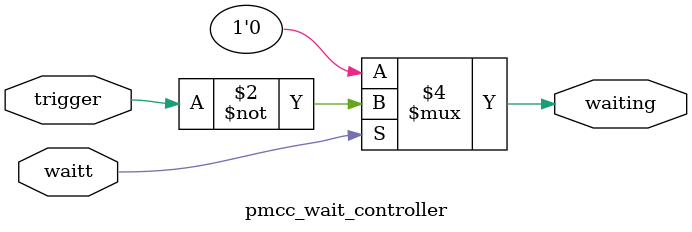
<source format=sv>
/**
 * Copyright (C) 2020  AGH University of Science and Technology
 *
 * This program is free software: you can redistribute it and/or modify
 * it under the terms of the GNU General Public License as published by
 * the Free Software Foundation, either version 3 of the License, or
 * (at your option) any later version.
 *
 * This program is distributed in the hope that it will be useful,
 * but WITHOUT ANY WARRANTY; without even the implied warranty of
 * MERCHANTABILITY or FITNESS FOR A PARTICULAR PURPOSE.  See the
 * GNU General Public License for more details.
 *
 * You should have received a copy of the GNU General Public License
 * along with this program.  If not, see <https://www.gnu.org/licenses/>.
 */

module pmcc_wait_controller (
    output logic waiting,
    input logic  waitt,
    input logic  trigger
);


/**
 * Module internal logic
 */

always_comb begin
    if (waitt)
        waiting = ~trigger;
    else
        waiting = 1'b0;
end

endmodule

</source>
